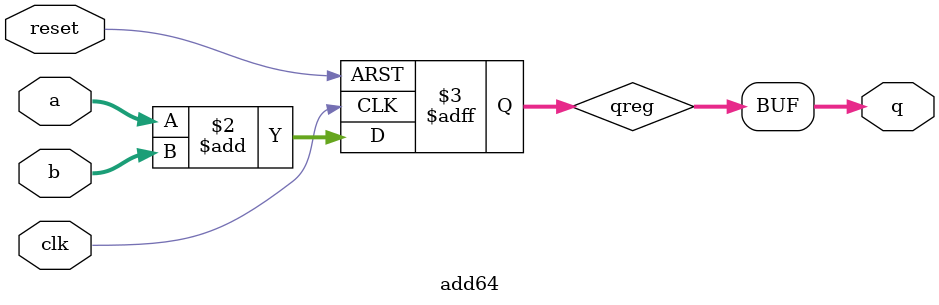
<source format=v>
module add64(
	     input wire [63:0] 	a,
	     input wire [63:0] 	b,
	     input wire 	clk,
	     input wire 	reset,
	     output wire [63:0] q);

   // COMBINATIONAL
   // assign q = a + b;

   // USING A PIPELINE STAGE
   reg [63:0] 			qreg;
   always @(posedge clk, posedge reset)
     begin
   if (reset)
     qreg <= 64'b0;
   else
     qreg <= a+b;	
     end
   assign q = qreg;
   
endmodule

</source>
